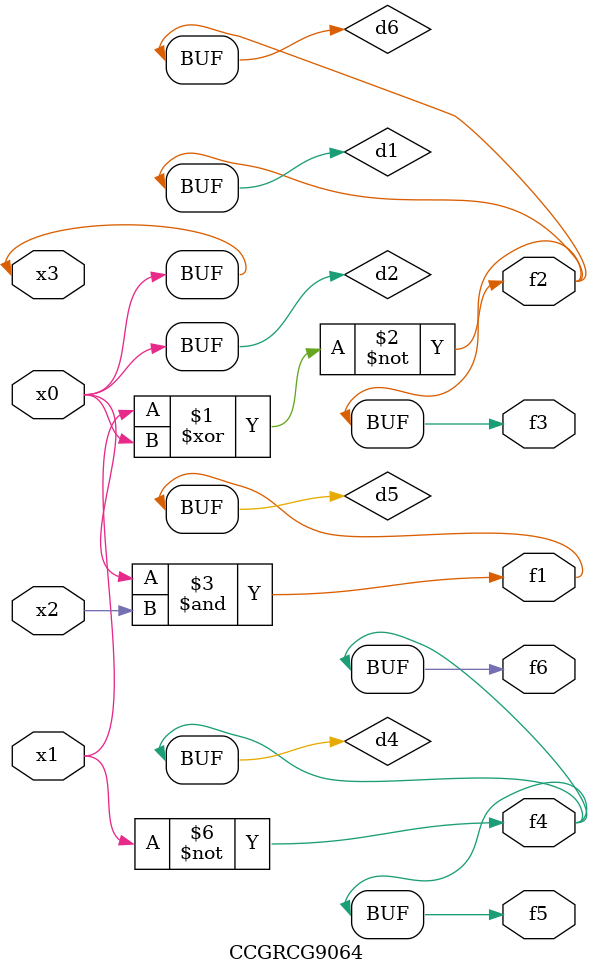
<source format=v>
module CCGRCG9064(
	input x0, x1, x2, x3,
	output f1, f2, f3, f4, f5, f6
);

	wire d1, d2, d3, d4, d5, d6;

	xnor (d1, x1, x3);
	buf (d2, x0, x3);
	nand (d3, x0, x2);
	not (d4, x1);
	nand (d5, d3);
	or (d6, d1);
	assign f1 = d5;
	assign f2 = d6;
	assign f3 = d6;
	assign f4 = d4;
	assign f5 = d4;
	assign f6 = d4;
endmodule

</source>
